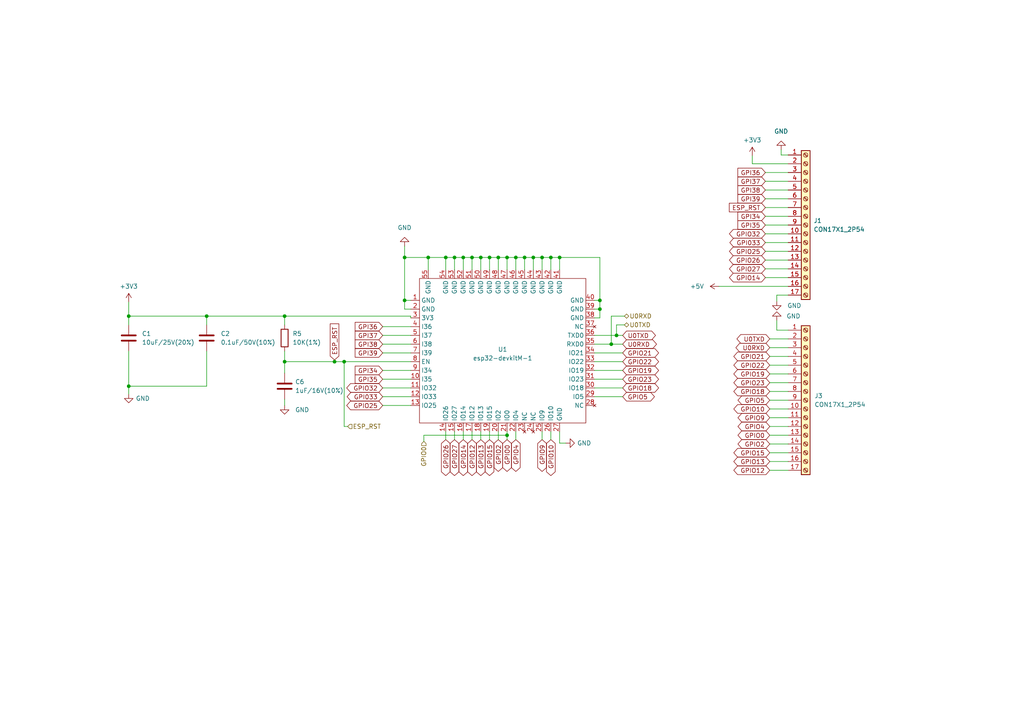
<source format=kicad_sch>
(kicad_sch (version 20211123) (generator eeschema)
  (paper "A4")
  (lib_symbols
    (symbol "Connector:Screw_Terminal_01x17" (pin_names (offset 1.016) hide)
      (property "Reference" "J" (at 0 22.86 0))
      (property "Value" "Screw_Terminal_01x17" (at 0 -22.86 0))
      (symbol "Screw_Terminal_01x17_1_1"
        (rectangle (start -1.27 21.59) (end 1.27 -21.59) (stroke (width 0.254)) (fill (type background)))
        (circle (center 0 -20.32) (radius 0.635) (stroke (width 0.1524)))
        (circle (center 0 -17.78) (radius 0.635) (stroke (width 0.1524)))
        (circle (center 0 -15.24) (radius 0.635) (stroke (width 0.1524)))
        (circle (center 0 -12.7) (radius 0.635) (stroke (width 0.1524)))
        (circle (center 0 -10.16) (radius 0.635) (stroke (width 0.1524)))
        (circle (center 0 -7.62) (radius 0.635) (stroke (width 0.1524)))
        (circle (center 0 -5.08) (radius 0.635) (stroke (width 0.1524)))
        (circle (center 0 -2.54) (radius 0.635) (stroke (width 0.1524)))
        (polyline (pts (xy -0.5334 -19.9898) (xy 0.3302 -20.828)) (stroke (width 0.1524)))
        (polyline (pts (xy -0.5334 -17.4498) (xy 0.3302 -18.288)) (stroke (width 0.1524)))
        (polyline (pts (xy -0.5334 -14.9098) (xy 0.3302 -15.748)) (stroke (width 0.1524)))
        (polyline (pts (xy -0.5334 -12.3698) (xy 0.3302 -13.208)) (stroke (width 0.1524)))
        (polyline (pts (xy -0.5334 -9.8298) (xy 0.3302 -10.668)) (stroke (width 0.1524)))
        (polyline (pts (xy -0.5334 -7.2898) (xy 0.3302 -8.128)) (stroke (width 0.1524)))
        (polyline (pts (xy -0.5334 -4.7498) (xy 0.3302 -5.588)) (stroke (width 0.1524)))
        (polyline (pts (xy -0.5334 -2.2098) (xy 0.3302 -3.048)) (stroke (width 0.1524)))
        (polyline (pts (xy -0.5334 0.3302) (xy 0.3302 -0.508)) (stroke (width 0.1524)))
        (polyline (pts (xy -0.5334 2.8702) (xy 0.3302 2.032)) (stroke (width 0.1524)))
        (polyline (pts (xy -0.5334 5.4102) (xy 0.3302 4.572)) (stroke (width 0.1524)))
        (polyline (pts (xy -0.5334 7.9502) (xy 0.3302 7.112)) (stroke (width 0.1524)))
        (polyline (pts (xy -0.5334 10.4902) (xy 0.3302 9.652)) (stroke (width 0.1524)))
        (polyline (pts (xy -0.5334 13.0302) (xy 0.3302 12.192)) (stroke (width 0.1524)))
        (polyline (pts (xy -0.5334 15.5702) (xy 0.3302 14.732)) (stroke (width 0.1524)))
        (polyline (pts (xy -0.5334 18.1102) (xy 0.3302 17.272)) (stroke (width 0.1524)))
        (polyline (pts (xy -0.5334 20.6502) (xy 0.3302 19.812)) (stroke (width 0.1524)))
        (polyline (pts (xy -0.3556 -19.812) (xy 0.508 -20.6502)) (stroke (width 0.1524)))
        (polyline (pts (xy -0.3556 -17.272) (xy 0.508 -18.1102)) (stroke (width 0.1524)))
        (polyline (pts (xy -0.3556 -14.732) (xy 0.508 -15.5702)) (stroke (width 0.1524)))
        (polyline (pts (xy -0.3556 -12.192) (xy 0.508 -13.0302)) (stroke (width 0.1524)))
        (polyline (pts (xy -0.3556 -9.652) (xy 0.508 -10.4902)) (stroke (width 0.1524)))
        (polyline (pts (xy -0.3556 -7.112) (xy 0.508 -7.9502)) (stroke (width 0.1524)))
        (polyline (pts (xy -0.3556 -4.572) (xy 0.508 -5.4102)) (stroke (width 0.1524)))
        (polyline (pts (xy -0.3556 -2.032) (xy 0.508 -2.8702)) (stroke (width 0.1524)))
        (polyline (pts (xy -0.3556 0.508) (xy 0.508 -0.3302)) (stroke (width 0.1524)))
        (polyline (pts (xy -0.3556 3.048) (xy 0.508 2.2098)) (stroke (width 0.1524)))
        (polyline (pts (xy -0.3556 5.588) (xy 0.508 4.7498)) (stroke (width 0.1524)))
        (polyline (pts (xy -0.3556 8.128) (xy 0.508 7.2898)) (stroke (width 0.1524)))
        (polyline (pts (xy -0.3556 10.668) (xy 0.508 9.8298)) (stroke (width 0.1524)))
        (polyline (pts (xy -0.3556 13.208) (xy 0.508 12.3698)) (stroke (width 0.1524)))
        (polyline (pts (xy -0.3556 15.748) (xy 0.508 14.9098)) (stroke (width 0.1524)))
        (polyline (pts (xy -0.3556 18.288) (xy 0.508 17.4498)) (stroke (width 0.1524)))
        (polyline (pts (xy -0.3556 20.828) (xy 0.508 19.9898)) (stroke (width 0.1524)))
        (circle (center 0 0) (radius 0.635) (stroke (width 0.1524)))
        (circle (center 0 2.54) (radius 0.635) (stroke (width 0.1524)))
        (circle (center 0 5.08) (radius 0.635) (stroke (width 0.1524)))
        (circle (center 0 7.62) (radius 0.635) (stroke (width 0.1524)))
        (circle (center 0 10.16) (radius 0.635) (stroke (width 0.1524)))
        (circle (center 0 12.7) (radius 0.635) (stroke (width 0.1524)))
        (circle (center 0 15.24) (radius 0.635) (stroke (width 0.1524)))
        (circle (center 0 17.78) (radius 0.635) (stroke (width 0.1524)))
        (circle (center 0 20.32) (radius 0.635) (stroke (width 0.1524)))
        (pin passive line (at -5.08 20.32 0) (length 3.81) (name "Pin_1") (number "1"))
        (pin passive line (at -5.08 -2.54 0) (length 3.81) (name "Pin_10") (number "10"))
        (pin passive line (at -5.08 -5.08 0) (length 3.81) (name "Pin_11") (number "11"))
        (pin passive line (at -5.08 -7.62 0) (length 3.81) (name "Pin_12") (number "12"))
        (pin passive line (at -5.08 -10.16 0) (length 3.81) (name "Pin_13") (number "13"))
        (pin passive line (at -5.08 -12.7 0) (length 3.81) (name "Pin_14") (number "14"))
        (pin passive line (at -5.08 -15.24 0) (length 3.81) (name "Pin_15") (number "15"))
        (pin passive line (at -5.08 -17.78 0) (length 3.81) (name "Pin_16") (number "16"))
        (pin passive line (at -5.08 -20.32 0) (length 3.81) (name "Pin_17") (number "17"))
        (pin passive line (at -5.08 17.78 0) (length 3.81) (name "Pin_2") (number "2"))
        (pin passive line (at -5.08 15.24 0) (length 3.81) (name "Pin_3") (number "3"))
        (pin passive line (at -5.08 12.7 0) (length 3.81) (name "Pin_4") (number "4"))
        (pin passive line (at -5.08 10.16 0) (length 3.81) (name "Pin_5") (number "5"))
        (pin passive line (at -5.08 7.62 0) (length 3.81) (name "Pin_6") (number "6"))
        (pin passive line (at -5.08 5.08 0) (length 3.81) (name "Pin_7") (number "7"))
        (pin passive line (at -5.08 2.54 0) (length 3.81) (name "Pin_8") (number "8"))
        (pin passive line (at -5.08 0 0) (length 3.81) (name "Pin_9") (number "9"))
      )
    )
    (symbol "Device:C" (pin_numbers hide) (pin_names (offset 0.254))
      (property "Reference" "C" (at 0.635 2.54 0))
      (property "Value" "C" (at 0.635 -2.54 0))
      (symbol "C_0_1"
        (polyline (pts (xy -2.032 -0.762) (xy 2.032 -0.762)) (stroke (width 0.508)))
        (polyline (pts (xy -2.032 0.762) (xy 2.032 0.762)) (stroke (width 0.508)))
      )
      (symbol "C_1_1"
        (pin passive line (at 0 3.81 270) (length 2.794) (name "~") (number "1"))
        (pin passive line (at 0 -3.81 90) (length 2.794) (name "~") (number "2"))
      )
    )
    (symbol "Device:R" (pin_numbers hide) (pin_names (offset 0))
      (property "Reference" "R" (at 2.032 0 90))
      (property "Value" "R" (at 0 0 90))
      (symbol "R_0_1"
        (rectangle (start -1.016 -2.54) (end 1.016 2.54) (stroke (width 0.254)))
      )
      (symbol "R_1_1"
        (pin passive line (at 0 3.81 270) (length 1.27) (name "~") (number "1"))
        (pin passive line (at 0 -3.81 90) (length 1.27) (name "~") (number "2"))
      )
    )
    (symbol "esp32-devkitm-1:esp32-devkitM-1"
      (property "Reference" "U1" (at 0 1.016 0))
      (property "Value" "esp32-devkitM-1" (at 0 -1.524 0))
      (symbol "esp32-devkitM-1_0_1"
        (rectangle (start -24.13 21.59) (end 24.13 -20.32))
      )
      (symbol "esp32-devkitM-1_1_1"
        (pin output line (at -26.67 15.24 0) (length 2.54) (name "GND") (number "1"))
        (pin input line (at -26.67 -7.62 0) (length 2.54) (name "I35") (number "10"))
        (pin bidirectional line (at -26.67 -10.16 0) (length 2.54) (name "IO32") (number "11"))
        (pin bidirectional line (at -26.67 -12.7 0) (length 2.54) (name "IO33") (number "12"))
        (pin bidirectional line (at -26.67 -15.24 0) (length 2.54) (name "IO25") (number "13"))
        (pin bidirectional line (at -16.51 -22.86 90) (length 2.54) (name "IO26") (number "14"))
        (pin bidirectional line (at -13.97 -22.86 90) (length 2.54) (name "IO27") (number "15"))
        (pin bidirectional line (at -11.43 -22.86 90) (length 2.54) (name "IO14") (number "16"))
        (pin bidirectional line (at -8.89 -22.86 90) (length 2.54) (name "IO12") (number "17"))
        (pin bidirectional line (at -6.35 -22.86 90) (length 2.54) (name "IO13") (number "18"))
        (pin bidirectional line (at -3.81 -22.86 90) (length 2.54) (name "IO15") (number "19"))
        (pin output line (at -26.67 12.7 0) (length 2.54) (name "GND") (number "2"))
        (pin bidirectional line (at -1.27 -22.86 90) (length 2.54) (name "IO2") (number "20"))
        (pin bidirectional line (at 1.27 -22.86 90) (length 2.54) (name "IO0") (number "21"))
        (pin bidirectional line (at 3.81 -22.86 90) (length 2.54) (name "IO4") (number "22"))
        (pin no_connect line (at 6.35 -22.86 90) (length 2.54) (name "NC") (number "23"))
        (pin no_connect line (at 8.89 -22.86 90) (length 2.54) (name "NC") (number "24"))
        (pin bidirectional line (at 11.43 -22.86 90) (length 2.54) (name "IO9") (number "25"))
        (pin bidirectional line (at 13.97 -22.86 90) (length 2.54) (name "IO10") (number "26"))
        (pin output line (at 16.51 -22.86 90) (length 2.54) (name "GND") (number "27"))
        (pin no_connect line (at 26.67 -15.24 180) (length 2.54) (name "NC") (number "28"))
        (pin bidirectional line (at 26.67 -12.7 180) (length 2.54) (name "IO5") (number "29"))
        (pin power_in line (at -26.67 10.16 0) (length 2.54) (name "3V3") (number "3"))
        (pin bidirectional line (at 26.67 -10.16 180) (length 2.54) (name "IO18") (number "30"))
        (pin bidirectional line (at 26.67 -7.62 180) (length 2.54) (name "IO23") (number "31"))
        (pin bidirectional line (at 26.67 -5.08 180) (length 2.54) (name "IO19") (number "32"))
        (pin bidirectional line (at 26.67 -2.54 180) (length 2.54) (name "IO22") (number "33"))
        (pin bidirectional line (at 26.67 0 180) (length 2.54) (name "IO21") (number "34"))
        (pin bidirectional line (at 26.67 2.54 180) (length 2.54) (name "RXD0") (number "35"))
        (pin bidirectional line (at 26.67 5.08 180) (length 2.54) (name "TXD0") (number "36"))
        (pin no_connect line (at 26.67 7.62 180) (length 2.54) (name "NC") (number "37"))
        (pin output line (at 26.67 10.16 180) (length 2.54) (name "GND") (number "38"))
        (pin output line (at 26.67 12.7 180) (length 2.54) (name "GND") (number "39"))
        (pin input line (at -26.67 7.62 0) (length 2.54) (name "I36") (number "4"))
        (pin output line (at 26.67 15.24 180) (length 2.54) (name "GND") (number "40"))
        (pin output line (at 16.51 24.13 270) (length 2.54) (name "GND") (number "41"))
        (pin output line (at 13.97 24.13 270) (length 2.54) (name "GND") (number "42"))
        (pin output line (at 11.43 24.13 270) (length 2.54) (name "GND") (number "43"))
        (pin output line (at 8.89 24.13 270) (length 2.54) (name "GND") (number "44"))
        (pin output line (at 6.35 24.13 270) (length 2.54) (name "GND") (number "45"))
        (pin output line (at 3.81 24.13 270) (length 2.54) (name "GND") (number "46"))
        (pin output line (at 1.27 24.13 270) (length 2.54) (name "GND") (number "47"))
        (pin output line (at -1.27 24.13 270) (length 2.54) (name "GND") (number "48"))
        (pin output line (at -3.81 24.13 270) (length 2.54) (name "GND") (number "49"))
        (pin input line (at -26.67 5.08 0) (length 2.54) (name "I37") (number "5"))
        (pin output line (at -6.35 24.13 270) (length 2.54) (name "GND") (number "50"))
        (pin output line (at -8.89 24.13 270) (length 2.54) (name "GND") (number "51"))
        (pin output line (at -11.43 24.13 270) (length 2.54) (name "GND") (number "52"))
        (pin output line (at -13.97 24.13 270) (length 2.54) (name "GND") (number "53"))
        (pin output line (at -16.51 24.13 270) (length 2.54) (name "GND") (number "54"))
        (pin output line (at -21.59 24.13 270) (length 2.54) (name "GND") (number "55"))
        (pin input line (at -26.67 2.54 0) (length 2.54) (name "I38") (number "6"))
        (pin input line (at -26.67 0 0) (length 2.54) (name "I39") (number "7"))
        (pin input line (at -26.67 -2.54 0) (length 2.54) (name "EN") (number "8"))
        (pin input line (at -26.67 -5.08 0) (length 2.54) (name "I34") (number "9"))
      )
    )
    (symbol "power:+3V3" (power) (pin_names (offset 0))
      (property "Value" "+3V3" (at 0 3.556 0))
      (symbol "+3V3_0_1"
        (polyline (pts (xy -0.762 1.27) (xy 0 2.54)))
        (polyline (pts (xy 0 0) (xy 0 2.54)))
        (polyline (pts (xy 0 2.54) (xy 0.762 1.27)))
      )
      (symbol "+3V3_1_1"
        (pin power_in line (at 0 0 90) (length 0) hide (name "+3V3") (number "1"))
      )
    )
    (symbol "power:+5V" (power) (pin_names (offset 0))
      (property "Value" "+5V" (at 0 3.556 0))
      (symbol "+5V_0_1"
        (polyline (pts (xy -0.762 1.27) (xy 0 2.54)))
        (polyline (pts (xy 0 0) (xy 0 2.54)))
        (polyline (pts (xy 0 2.54) (xy 0.762 1.27)))
      )
      (symbol "+5V_1_1"
        (pin power_in line (at 0 0 90) (length 0) hide (name "+5V") (number "1"))
      )
    )
    (symbol "power:GND" (power) (pin_names (offset 0))
      (property "Value" "GND" (at 0 -3.81 0))
      (symbol "GND_0_1"
        (polyline (pts (xy 0 0) (xy 0 -1.27) (xy 1.27 -1.27) (xy 0 -2.54) (xy -1.27 -1.27) (xy 0 -1.27)))
      )
      (symbol "GND_1_1"
        (pin power_in line (at 0 0 270) (length 0) hide (name "GND") (number "1"))
      )
    )
  )
  (junction (at 177.292 99.822))
  (junction (at 173.99 87.122))
  (junction (at 136.906 74.676))
  (junction (at 82.55 91.694))
  (junction (at 157.226 74.676))
  (junction (at 149.606 74.676))
  (junction (at 99.822 104.902))
  (junction (at 129.286 74.676))
  (junction (at 173.99 89.662))
  (junction (at 82.55 104.902))
  (junction (at 124.206 74.676))
  (junction (at 141.986 74.676))
  (junction (at 144.526 74.676))
  (junction (at 117.348 74.676))
  (junction (at 97.028 104.902))
  (junction (at 147.066 74.676))
  (junction (at 139.446 74.676))
  (junction (at 117.348 87.122))
  (junction (at 178.816 97.282))
  (junction (at 162.306 74.676))
  (junction (at 152.146 74.676))
  (junction (at 37.338 91.694))
  (junction (at 134.366 74.676))
  (junction (at 154.686 74.676))
  (junction (at 59.944 91.694))
  (junction (at 147.066 126.238))
  (junction (at 37.338 112.014))
  (junction (at 159.766 74.676))
  (junction (at 131.826 74.676))
  (wire (pts (xy 221.996 50.038) (xy 228.6 50.038)))
  (wire (pts (xy 223.266 126.238) (xy 228.6 126.238)))
  (wire (pts (xy 223.266 103.378) (xy 228.6 103.378)))
  (wire (pts (xy 223.266 116.078) (xy 228.6 116.078)))
  (wire (pts (xy 37.338 101.854) (xy 37.338 112.014)))
  (wire (pts (xy 139.446 74.676) (xy 136.906 74.676)))
  (wire (pts (xy 172.466 107.442) (xy 180.594 107.442)))
  (wire (pts (xy 37.338 94.234) (xy 37.338 91.694)))
  (wire (pts (xy 124.206 74.676) (xy 124.206 78.232)))
  (wire (pts (xy 124.206 74.676) (xy 117.348 74.676)))
  (wire (pts (xy 157.226 74.676) (xy 157.226 78.232)))
  (wire (pts (xy 172.466 115.062) (xy 180.594 115.062)))
  (wire (pts (xy 177.292 91.694) (xy 177.292 99.822)))
  (wire (pts (xy 59.944 112.014) (xy 37.338 112.014)))
  (wire (pts (xy 141.986 74.676) (xy 139.446 74.676)))
  (wire (pts (xy 177.292 99.822) (xy 180.594 99.822)))
  (wire (pts (xy 129.286 74.676) (xy 129.286 78.232)))
  (wire (pts (xy 226.568 44.958) (xy 228.6 44.958)))
  (wire (pts (xy 173.99 89.662) (xy 173.99 87.122)))
  (wire (pts (xy 82.55 91.694) (xy 119.126 91.694)))
  (wire (pts (xy 144.526 74.676) (xy 144.526 78.232)))
  (wire (pts (xy 122.936 128.016) (xy 122.936 126.238)))
  (wire (pts (xy 223.266 133.858) (xy 228.6 133.858)))
  (wire (pts (xy 172.466 89.662) (xy 173.99 89.662)))
  (wire (pts (xy 223.266 113.538) (xy 228.6 113.538)))
  (wire (pts (xy 152.146 74.676) (xy 152.146 78.232)))
  (wire (pts (xy 162.306 74.676) (xy 162.306 78.232)))
  (wire (pts (xy 117.348 89.662) (xy 119.126 89.662)))
  (wire (pts (xy 110.998 99.822) (xy 119.126 99.822)))
  (wire (pts (xy 149.606 125.222) (xy 149.606 127.508)))
  (wire (pts (xy 117.348 71.374) (xy 117.348 74.676)))
  (wire (pts (xy 110.998 107.442) (xy 119.126 107.442)))
  (wire (pts (xy 119.126 91.694) (xy 119.126 92.202)))
  (wire (pts (xy 99.822 104.902) (xy 119.126 104.902)))
  (wire (pts (xy 136.906 74.676) (xy 134.366 74.676)))
  (wire (pts (xy 223.266 108.458) (xy 228.6 108.458)))
  (wire (pts (xy 82.55 101.854) (xy 82.55 104.902)))
  (wire (pts (xy 173.99 87.122) (xy 173.99 74.676)))
  (wire (pts (xy 134.366 74.676) (xy 134.366 78.232)))
  (wire (pts (xy 162.306 128.524) (xy 164.084 128.524)))
  (wire (pts (xy 110.998 115.062) (xy 119.126 115.062)))
  (wire (pts (xy 223.266 128.778) (xy 228.6 128.778)))
  (wire (pts (xy 147.066 125.222) (xy 147.066 126.238)))
  (wire (pts (xy 159.766 125.222) (xy 159.766 127.508)))
  (wire (pts (xy 223.266 100.838) (xy 228.6 100.838)))
  (wire (pts (xy 221.996 75.438) (xy 228.6 75.438)))
  (wire (pts (xy 110.998 97.282) (xy 119.126 97.282)))
  (wire (pts (xy 122.936 126.238) (xy 147.066 126.238)))
  (wire (pts (xy 141.986 74.676) (xy 141.986 78.232)))
  (wire (pts (xy 82.55 115.824) (xy 82.55 117.602)))
  (wire (pts (xy 129.286 125.222) (xy 129.286 127.508)))
  (wire (pts (xy 110.998 102.362) (xy 119.126 102.362)))
  (wire (pts (xy 223.266 136.398) (xy 228.6 136.398)))
  (wire (pts (xy 154.686 74.676) (xy 154.686 78.232)))
  (wire (pts (xy 110.998 117.602) (xy 119.126 117.602)))
  (wire (pts (xy 223.266 98.298) (xy 228.6 98.298)))
  (wire (pts (xy 178.816 97.282) (xy 180.594 97.282)))
  (wire (pts (xy 181.102 94.234) (xy 178.816 94.234)))
  (wire (pts (xy 37.338 91.694) (xy 59.944 91.694)))
  (wire (pts (xy 221.996 70.358) (xy 228.6 70.358)))
  (wire (pts (xy 172.466 87.122) (xy 173.99 87.122)))
  (wire (pts (xy 159.766 74.676) (xy 157.226 74.676)))
  (wire (pts (xy 147.066 126.238) (xy 147.066 127.508)))
  (wire (pts (xy 208.534 83.058) (xy 228.6 83.058)))
  (wire (pts (xy 172.466 97.282) (xy 178.816 97.282)))
  (wire (pts (xy 139.446 125.222) (xy 139.446 127.508)))
  (wire (pts (xy 221.996 72.898) (xy 228.6 72.898)))
  (wire (pts (xy 110.998 94.742) (xy 119.126 94.742)))
  (wire (pts (xy 131.826 125.222) (xy 131.826 127.508)))
  (wire (pts (xy 173.99 74.676) (xy 162.306 74.676)))
  (wire (pts (xy 162.306 74.676) (xy 159.766 74.676)))
  (wire (pts (xy 136.906 74.676) (xy 136.906 78.232)))
  (wire (pts (xy 154.686 74.676) (xy 152.146 74.676)))
  (wire (pts (xy 149.606 74.676) (xy 149.606 78.232)))
  (wire (pts (xy 223.266 121.158) (xy 228.6 121.158)))
  (wire (pts (xy 221.996 80.518) (xy 228.6 80.518)))
  (wire (pts (xy 100.838 123.698) (xy 99.822 123.698)))
  (wire (pts (xy 221.996 52.578) (xy 228.6 52.578)))
  (wire (pts (xy 136.906 125.222) (xy 136.906 127.508)))
  (wire (pts (xy 223.266 123.698) (xy 228.6 123.698)))
  (wire (pts (xy 172.466 92.202) (xy 173.99 92.202)))
  (wire (pts (xy 223.266 131.318) (xy 228.6 131.318)))
  (wire (pts (xy 172.466 112.522) (xy 180.594 112.522)))
  (wire (pts (xy 221.996 55.118) (xy 228.6 55.118)))
  (wire (pts (xy 172.466 104.902) (xy 180.594 104.902)))
  (wire (pts (xy 82.55 104.902) (xy 97.028 104.902)))
  (wire (pts (xy 99.822 123.698) (xy 99.822 104.902)))
  (wire (pts (xy 37.338 87.63) (xy 37.338 91.694)))
  (wire (pts (xy 139.446 74.676) (xy 139.446 78.232)))
  (wire (pts (xy 59.944 91.694) (xy 59.944 94.234)))
  (wire (pts (xy 221.996 67.818) (xy 228.6 67.818)))
  (wire (pts (xy 82.55 104.902) (xy 82.55 108.204)))
  (wire (pts (xy 178.816 94.234) (xy 178.816 97.282)))
  (wire (pts (xy 225.298 95.758) (xy 228.6 95.758)))
  (wire (pts (xy 134.366 125.222) (xy 134.366 127.508)))
  (wire (pts (xy 129.286 74.676) (xy 124.206 74.676)))
  (wire (pts (xy 37.338 112.014) (xy 37.338 114.3)))
  (wire (pts (xy 181.102 91.694) (xy 177.292 91.694)))
  (wire (pts (xy 157.226 74.676) (xy 154.686 74.676)))
  (wire (pts (xy 157.226 125.222) (xy 157.226 127.508)))
  (wire (pts (xy 221.996 62.738) (xy 228.6 62.738)))
  (wire (pts (xy 131.826 74.676) (xy 131.826 78.232)))
  (wire (pts (xy 134.366 74.676) (xy 131.826 74.676)))
  (wire (pts (xy 131.826 74.676) (xy 129.286 74.676)))
  (wire (pts (xy 162.306 125.222) (xy 162.306 128.524)))
  (wire (pts (xy 117.348 87.122) (xy 119.126 87.122)))
  (wire (pts (xy 149.606 74.676) (xy 147.066 74.676)))
  (wire (pts (xy 226.568 43.434) (xy 226.568 44.958)))
  (wire (pts (xy 223.266 105.918) (xy 228.6 105.918)))
  (wire (pts (xy 225.298 85.598) (xy 228.6 85.598)))
  (wire (pts (xy 82.55 91.694) (xy 82.55 94.234)))
  (wire (pts (xy 223.266 110.998) (xy 228.6 110.998)))
  (wire (pts (xy 97.028 104.902) (xy 99.822 104.902)))
  (wire (pts (xy 221.996 77.978) (xy 228.6 77.978)))
  (wire (pts (xy 147.066 74.676) (xy 147.066 78.232)))
  (wire (pts (xy 159.766 74.676) (xy 159.766 78.232)))
  (wire (pts (xy 59.944 101.854) (xy 59.944 112.014)))
  (wire (pts (xy 218.186 45.212) (xy 218.186 47.498)))
  (wire (pts (xy 218.186 47.498) (xy 228.6 47.498)))
  (wire (pts (xy 173.99 92.202) (xy 173.99 89.662)))
  (wire (pts (xy 147.066 74.676) (xy 144.526 74.676)))
  (wire (pts (xy 110.998 112.522) (xy 119.126 112.522)))
  (wire (pts (xy 144.526 125.222) (xy 144.526 127.508)))
  (wire (pts (xy 223.266 118.618) (xy 228.6 118.618)))
  (wire (pts (xy 225.298 92.964) (xy 225.298 95.758)))
  (wire (pts (xy 117.348 87.122) (xy 117.348 89.662)))
  (wire (pts (xy 172.466 102.362) (xy 180.594 102.362)))
  (wire (pts (xy 152.146 74.676) (xy 149.606 74.676)))
  (wire (pts (xy 59.944 91.694) (xy 82.55 91.694)))
  (wire (pts (xy 221.996 57.658) (xy 228.6 57.658)))
  (wire (pts (xy 225.298 87.376) (xy 225.298 85.598)))
  (wire (pts (xy 172.466 99.822) (xy 177.292 99.822)))
  (wire (pts (xy 144.526 74.676) (xy 141.986 74.676)))
  (wire (pts (xy 141.986 125.222) (xy 141.986 127.508)))
  (wire (pts (xy 97.028 104.394) (xy 97.028 104.902)))
  (wire (pts (xy 117.348 74.676) (xy 117.348 87.122)))
  (wire (pts (xy 221.996 60.198) (xy 228.6 60.198)))
  (wire (pts (xy 221.996 65.278) (xy 228.6 65.278)))
  (wire (pts (xy 110.998 109.982) (xy 119.126 109.982)))
  (wire (pts (xy 172.466 109.982) (xy 180.594 109.982)))
  (global_label "GPIO14" (shape bidirectional) (at 221.996 80.518 180) (property "Intersheet References" "${INTERSHEET_REFS}" (effects hide)))
  (global_label "GPI36" (shape input) (at 221.996 50.038 180) (property "Intersheet References" "${INTERSHEET_REFS}" (effects hide)))
  (global_label "GPIO32" (shape bidirectional) (at 221.996 67.818 180) (property "Intersheet References" "${INTERSHEET_REFS}" (effects hide)))
  (global_label "GPIO9" (shape bidirectional) (at 223.266 121.158 180) (property "Intersheet References" "${INTERSHEET_REFS}" (effects hide)))
  (global_label "GPIO10" (shape bidirectional) (at 159.766 127.508 270) (property "Intersheet References" "${INTERSHEET_REFS}" (effects hide)))
  (global_label "GPIO22" (shape bidirectional) (at 223.266 105.918 180) (property "Intersheet References" "${INTERSHEET_REFS}" (effects hide)))
  (global_label "GPIO32" (shape bidirectional) (at 110.998 112.522 180) (property "Intersheet References" "${INTERSHEET_REFS}" (effects hide)))
  (global_label "GPIO18" (shape bidirectional) (at 223.266 113.538 180) (property "Intersheet References" "${INTERSHEET_REFS}" (effects hide)))
  (global_label "GPI35" (shape input) (at 221.996 65.278 180) (property "Intersheet References" "${INTERSHEET_REFS}" (effects hide)))
  (global_label "GPI033" (shape bidirectional) (at 221.996 70.358 180) (property "Intersheet References" "${INTERSHEET_REFS}" (effects hide)))
  (global_label "GPIO19" (shape bidirectional) (at 180.594 107.442 0) (property "Intersheet References" "${INTERSHEET_REFS}" (effects hide)))
  (global_label "GPIO18" (shape bidirectional) (at 180.594 112.522 0) (property "Intersheet References" "${INTERSHEET_REFS}" (effects hide)))
  (global_label "GPIO23" (shape bidirectional) (at 223.266 110.998 180) (property "Intersheet References" "${INTERSHEET_REFS}" (effects hide)))
  (global_label "U0RXD" (shape bidirectional) (at 223.266 100.838 180) (property "Intersheet References" "${INTERSHEET_REFS}" (effects hide)))
  (global_label "GPIO15" (shape bidirectional) (at 223.266 131.318 180) (property "Intersheet References" "${INTERSHEET_REFS}" (effects hide)))
  (global_label "GPI36" (shape input) (at 110.998 94.742 180) (property "Intersheet References" "${INTERSHEET_REFS}" (effects hide)))
  (global_label "GPIO13" (shape bidirectional) (at 223.266 133.858 180) (property "Intersheet References" "${INTERSHEET_REFS}" (effects hide)))
  (global_label "GPI38" (shape input) (at 221.996 55.118 180) (property "Intersheet References" "${INTERSHEET_REFS}" (effects hide)))
  (global_label "GPIO12" (shape bidirectional) (at 223.266 136.398 180) (property "Intersheet References" "${INTERSHEET_REFS}" (effects hide)))
  (global_label "GPIO5" (shape bidirectional) (at 180.594 115.062 0) (property "Intersheet References" "${INTERSHEET_REFS}" (effects hide)))
  (global_label "GPIO0" (shape bidirectional) (at 223.266 126.238 180) (property "Intersheet References" "${INTERSHEET_REFS}" (effects hide)))
  (global_label "ESP_RST" (shape input) (at 221.996 60.198 180) (property "Intersheet References" "${INTERSHEET_REFS}" (effects hide)))
  (global_label "GPI39" (shape input) (at 221.996 57.658 180) (property "Intersheet References" "${INTERSHEET_REFS}" (effects hide)))
  (global_label "GPI34" (shape input) (at 110.998 107.442 180) (property "Intersheet References" "${INTERSHEET_REFS}" (effects hide)))
  (global_label "GPIO23" (shape bidirectional) (at 180.594 109.982 0) (property "Intersheet References" "${INTERSHEET_REFS}" (effects hide)))
  (global_label "GPIO4" (shape bidirectional) (at 149.606 127.508 270) (property "Intersheet References" "${INTERSHEET_REFS}" (effects hide)))
  (global_label "GPIO19" (shape bidirectional) (at 223.266 108.458 180) (property "Intersheet References" "${INTERSHEET_REFS}" (effects hide)))
  (global_label "GPI37" (shape input) (at 110.998 97.282 180) (property "Intersheet References" "${INTERSHEET_REFS}" (effects hide)))
  (global_label "GPIO27" (shape bidirectional) (at 131.826 127.508 270) (property "Intersheet References" "${INTERSHEET_REFS}" (effects hide)))
  (global_label "GPIO10" (shape bidirectional) (at 223.266 118.618 180) (property "Intersheet References" "${INTERSHEET_REFS}" (effects hide)))
  (global_label "GPI34" (shape input) (at 221.996 62.738 180) (property "Intersheet References" "${INTERSHEET_REFS}" (effects hide)))
  (global_label "U0TXD" (shape bidirectional) (at 223.266 98.298 180) (property "Intersheet References" "${INTERSHEET_REFS}" (effects hide)))
  (global_label "GPIO21" (shape bidirectional) (at 223.266 103.378 180) (property "Intersheet References" "${INTERSHEET_REFS}" (effects hide)))
  (global_label "GPIO27" (shape bidirectional) (at 221.996 77.978 180) (property "Intersheet References" "${INTERSHEET_REFS}" (effects hide)))
  (global_label "GPIO21" (shape bidirectional) (at 180.594 102.362 0) (property "Intersheet References" "${INTERSHEET_REFS}" (effects hide)))
  (global_label "GPIO22" (shape bidirectional) (at 180.594 104.902 0) (property "Intersheet References" "${INTERSHEET_REFS}" (effects hide)))
  (global_label "GPIO0" (shape bidirectional) (at 147.066 127.508 270) (property "Intersheet References" "${INTERSHEET_REFS}" (effects hide)))
  (global_label "ESP_RST" (shape input) (at 97.028 104.394 90) (property "Intersheet References" "${INTERSHEET_REFS}" (effects hide)))
  (global_label "U0TXD" (shape bidirectional) (at 180.594 97.282 0) (property "Intersheet References" "${INTERSHEET_REFS}" (effects hide)))
  (global_label "GPIO9" (shape bidirectional) (at 157.226 127.508 270) (property "Intersheet References" "${INTERSHEET_REFS}" (effects hide)))
  (global_label "GPI37" (shape input) (at 221.996 52.578 180) (property "Intersheet References" "${INTERSHEET_REFS}" (effects hide)))
  (global_label "GPIO26" (shape bidirectional) (at 221.996 75.438 180) (property "Intersheet References" "${INTERSHEET_REFS}" (effects hide)))
  (global_label "GPIO4" (shape bidirectional) (at 223.266 123.698 180) (property "Intersheet References" "${INTERSHEET_REFS}" (effects hide)))
  (global_label "GPIO14" (shape bidirectional) (at 134.366 127.508 270) (property "Intersheet References" "${INTERSHEET_REFS}" (effects hide)))
  (global_label "GPI35" (shape input) (at 110.998 109.982 180) (property "Intersheet References" "${INTERSHEET_REFS}" (effects hide)))
  (global_label "GPI033" (shape bidirectional) (at 110.998 115.062 180) (property "Intersheet References" "${INTERSHEET_REFS}" (effects hide)))
  (global_label "GPI39" (shape input) (at 110.998 102.362 180) (property "Intersheet References" "${INTERSHEET_REFS}" (effects hide)))
  (global_label "GPIO25" (shape bidirectional) (at 110.998 117.602 180) (property "Intersheet References" "${INTERSHEET_REFS}" (effects hide)))
  (global_label "GPIO26" (shape bidirectional) (at 129.286 127.508 270) (property "Intersheet References" "${INTERSHEET_REFS}" (effects hide)))
  (global_label "GPIO12" (shape bidirectional) (at 136.906 127.508 270) (property "Intersheet References" "${INTERSHEET_REFS}" (effects hide)))
  (global_label "GPIO15" (shape bidirectional) (at 141.986 127.508 270) (property "Intersheet References" "${INTERSHEET_REFS}" (effects hide)))
  (global_label "GPIO2" (shape bidirectional) (at 223.266 128.778 180) (property "Intersheet References" "${INTERSHEET_REFS}" (effects hide)))
  (global_label "GPIO25" (shape bidirectional) (at 221.996 72.898 180) (property "Intersheet References" "${INTERSHEET_REFS}" (effects hide)))
  (global_label "GPIO13" (shape bidirectional) (at 139.446 127.508 270) (property "Intersheet References" "${INTERSHEET_REFS}" (effects hide)))
  (global_label "GPIO2" (shape bidirectional) (at 144.526 127.508 270) (property "Intersheet References" "${INTERSHEET_REFS}" (effects hide)))
  (global_label "GPI38" (shape input) (at 110.998 99.822 180) (property "Intersheet References" "${INTERSHEET_REFS}" (effects hide)))
  (global_label "GPIO5" (shape bidirectional) (at 223.266 116.078 180) (property "Intersheet References" "${INTERSHEET_REFS}" (effects hide)))
  (global_label "U0RXD" (shape bidirectional) (at 180.594 99.822 0) (property "Intersheet References" "${INTERSHEET_REFS}" (effects hide)))
  (hierarchical_label "U0RXD" (shape bidirectional) (at 181.102 91.694 0))
  (hierarchical_label "GPIO0" (shape input) (at 122.936 128.016 270))
  (hierarchical_label "ESP_RST" (shape input) (at 100.838 123.698 0))
  (hierarchical_label "U0TXD" (shape bidirectional) (at 181.102 94.234 0))
  (symbol (lib_id "power:GND") (at 164.084 128.524 90) (unit 1)
    (property "Reference" "#PWR0116" (effects hide))
    (property "Value" "GND" (at 167.386 128.5239 90) (effects (justify right)))
  )
  (symbol (lib_id "power:GND") (at 225.298 87.376 0) (unit 1)
    (property "Reference" "#PWR0110" (effects hide))
    (property "Value" "GND" (at 228.346 88.6459 0) (effects (justify left)))
  )
  (symbol (lib_id "Device:R") (at 82.55 98.044 0) (unit 1)
    (property "Reference" "R5" (at 84.836 96.7739 0) (effects (justify left)))
    (property "Value" "10K(1%)" (at 84.836 99.3139 0) (effects (justify left)))
    (property "Footprint" "Resistor_SMD:R_0805_2012Metric" (effects hide))
  )
  (symbol (lib_id "Device:C") (at 37.338 98.044 0) (unit 1)
    (property "Reference" "C1" (at 41.148 96.7739 0) (effects (justify left)))
    (property "Value" "10uF/25V(20%)" (at 41.148 99.3139 0) (effects (justify left)))
    (property "Footprint" "Capacitor_SMD:C_0805_2012Metric" (effects hide))
  )
  (symbol (lib_id "Device:C") (at 82.55 112.014 0) (unit 1)
    (property "Reference" "C6" (at 85.598 110.7439 0) (effects (justify left)))
    (property "Value" "1uF/16V(10%)" (at 85.598 113.2839 0) (effects (justify left)))
    (property "Footprint" "Capacitor_SMD:C_0805_2012Metric" (effects hide))
  )
  (symbol (lib_id "power:GND") (at 225.298 92.964 180) (unit 1)
    (property "Reference" "#PWR0111" (effects hide))
    (property "Value" "GND" (at 228.092 91.6939 0) (effects (justify right)))
  )
  (symbol (lib_id "Connector:Screw_Terminal_01x17") (at 233.68 116.078 0) (unit 1)
    (property "Reference" "J3" (at 236.22 114.8079 0) (effects (justify left)))
    (property "Value" "CON17X1_2P54" (at 236.22 117.3479 0) (effects (justify left)))
    (property "Footprint" "Connector_PinHeader_2.54mm:PinHeader_1x17_P2.54mm_Vertical" (effects hide))
  )
  (symbol (lib_id "power:+5V") (at 208.534 83.058 90) (unit 1)
    (property "Reference" "#PWR0112" (effects hide))
    (property "Value" "+5V" (at 204.216 83.0579 90) (effects (justify left)))
  )
  (symbol (lib_id "power:+3V3") (at 218.186 45.212 0) (unit 1)
    (property "Reference" "#PWR0108" (effects hide))
    (property "Value" "+3V3" (at 218.186 40.64 0))
  )
  (symbol (lib_id "esp32-devkitm-1:esp32-devkitM-1") (at 145.796 102.362 0) (unit 1)
    (property "Reference" "U1" (at 145.796 101.346 0))
    (property "Value" "esp32-devkitM-1" (at 145.796 103.886 0))
    (property "Footprint" "nuevo simbolo:esp32-devkitM-1" (effects hide))
  )
  (symbol (lib_id "power:GND") (at 226.568 43.434 180) (unit 1)
    (property "Reference" "#PWR0109" (effects hide))
    (property "Value" "GND" (at 226.568 38.1 0))
  )
  (symbol (lib_id "Connector:Screw_Terminal_01x17") (at 233.68 65.278 0) (unit 1)
    (property "Reference" "J1" (at 235.966 64.0079 0) (effects (justify left)))
    (property "Value" "CON17X1_2P54" (at 235.966 66.5479 0) (effects (justify left)))
    (property "Footprint" "Connector_PinHeader_2.54mm:PinHeader_1x17_P2.54mm_Vertical" (effects hide))
  )
  (symbol (lib_id "power:+3V3") (at 37.338 87.63 0) (unit 1)
    (property "Reference" "#PWR0114" (effects hide))
    (property "Value" "+3V3" (at 37.338 83.058 0))
  )
  (symbol (lib_id "power:GND") (at 82.55 117.602 0) (unit 1)
    (property "Reference" "#PWR0113" (effects hide))
    (property "Value" "GND" (at 85.598 118.8719 0) (effects (justify left)))
  )
  (symbol (lib_id "Device:C") (at 59.944 98.044 0) (unit 1)
    (property "Reference" "C2" (at 64.008 96.7739 0) (effects (justify left)))
    (property "Value" "0.1uF/50V(10%)" (at 64.008 99.3139 0) (effects (justify left)))
    (property "Footprint" "Capacitor_SMD:C_0805_2012Metric" (effects hide))
  )
  (symbol (lib_id "power:GND") (at 117.348 71.374 180) (unit 1)
    (property "Reference" "#PWR0107" (effects hide))
    (property "Value" "GND" (at 117.348 66.04 0))
  )
  (symbol (lib_id "power:GND") (at 37.338 114.3 0) (unit 1)
    (property "Reference" "#PWR0115" (effects hide))
    (property "Value" "GND" (at 39.37 115.5699 0) (effects (justify left)))
  )
)
</source>
